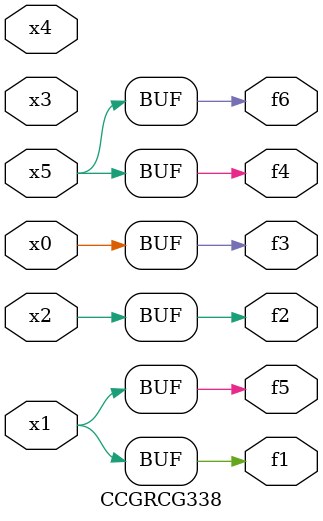
<source format=v>
module CCGRCG338(
	input x0, x1, x2, x3, x4, x5,
	output f1, f2, f3, f4, f5, f6
);
	assign f1 = x1;
	assign f2 = x2;
	assign f3 = x0;
	assign f4 = x5;
	assign f5 = x1;
	assign f6 = x5;
endmodule

</source>
